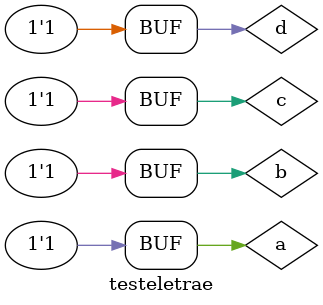
<source format=v>



module letrae (s0,a,b,c,d);
output s0;
input a,b,c,d;
wire t1,t2,t3,t4,t5,t,t7,t8;

and AND1 (t1,~a,~b,~c,d);
and AND2 (t2,~a,~b,c,~d);
and AND3 (t3,~a,b,~c,~d);
and AND4 (t4,a,~b,~c,~d);
and AND5 (t5,a,~b,c,d);
and AND6 (t6,a,b,~c,d);
and AND7 (t7,~a,b,c,d);
and AND8 (t8,a,b,c,~d);

or OR1 (s0,t1,t2,t3,t4,t5,t6,t7,t8); 





endmodule //fim letrae

module testeletrae;

wire s0;
reg a,b,c,d;

letrae E (s0,a,b,c,d);

 initial begin
 $display("LUIZ MARQUES DE OLIVEIRA");
 $display("PROVA - LETRA E");
 $display("\na  b   c   d  s0\n");
 $monitor("%b  %b   %b   %b  %b", a, b, c, d, s0);
  
	     a=0; b=0; c=0; d=0;  
    #1  a=0; b=0; c=0; d=1;
    #1  a=0; b=0; c=1; d=0;
    #1  a=0; b=0; c=1; d=1;
    #1  a=0; b=1; c=0; d=0;
 	 #1  a=0; b=1; c=0; d=1;
    #1  a=0; b=1; c=1; d=0;
    #1  a=0; b=1; c=1; d=1;
    #1  a=1; b=0; c=0; d=0;
    #1  a=1; b=0; c=0; d=1;
    #1  a=1; b=0; c=1; d=0;
    #1  a=1; b=0; c=1; d=1;
    #1  a=1; b=1; c=0; d=0;
    #1  a=1; b=1; c=0; d=1;
    #1  a=1; b=1; c=1; d=0;
    #1  a=1; b=1; c=1; d=1;


        
    end
    endmodule


</source>
